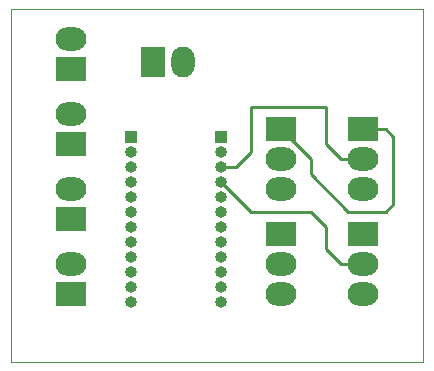
<source format=gbr>
G04 #@! TF.FileFunction,Copper,L1,Top,Signal*
%FSLAX46Y46*%
G04 Gerber Fmt 4.6, Leading zero omitted, Abs format (unit mm)*
G04 Created by KiCad (PCBNEW 4.0.4-stable) date 03/19/17 00:01:14*
%MOMM*%
%LPD*%
G01*
G04 APERTURE LIST*
%ADD10C,0.100000*%
%ADD11R,1.000000X1.000000*%
%ADD12O,1.000000X1.000000*%
%ADD13R,2.600000X2.000000*%
%ADD14O,2.600000X2.000000*%
%ADD15R,2.000000X2.600000*%
%ADD16O,2.000000X2.600000*%
%ADD17C,0.250000*%
G04 APERTURE END LIST*
D10*
X132080000Y-123825000D02*
X132080000Y-93980000D01*
X167005000Y-123825000D02*
X132080000Y-123825000D01*
X167005000Y-93980000D02*
X167005000Y-123825000D01*
X132080000Y-93980000D02*
X167005000Y-93980000D01*
D11*
X142240000Y-104775000D03*
D12*
X142240000Y-106045000D03*
X142240000Y-107315000D03*
X142240000Y-108585000D03*
X142240000Y-109855000D03*
X142240000Y-111125000D03*
X142240000Y-112395000D03*
X142240000Y-113665000D03*
X142240000Y-114935000D03*
X142240000Y-116205000D03*
X142240000Y-117475000D03*
X142240000Y-118745000D03*
D11*
X149860000Y-104775000D03*
D12*
X149860000Y-106045000D03*
X149860000Y-107315000D03*
X149860000Y-108585000D03*
X149860000Y-109855000D03*
X149860000Y-111125000D03*
X149860000Y-112395000D03*
X149860000Y-113665000D03*
X149860000Y-114935000D03*
X149860000Y-116205000D03*
X149860000Y-117475000D03*
X149860000Y-118745000D03*
D13*
X161925000Y-104140000D03*
D14*
X161925000Y-106680000D03*
X161925000Y-109220000D03*
D13*
X154940000Y-104140000D03*
D14*
X154940000Y-106680000D03*
X154940000Y-109220000D03*
D13*
X154940000Y-113030000D03*
D14*
X154940000Y-115570000D03*
X154940000Y-118110000D03*
D13*
X161925000Y-113030000D03*
D14*
X161925000Y-115570000D03*
X161925000Y-118110000D03*
D15*
X144145000Y-98425000D03*
D16*
X146685000Y-98425000D03*
D13*
X137160000Y-99060000D03*
D14*
X137160000Y-96520000D03*
D13*
X137160000Y-111760000D03*
D14*
X137160000Y-109220000D03*
D13*
X137160000Y-118110000D03*
D14*
X137160000Y-115570000D03*
D13*
X137160000Y-105410000D03*
D14*
X137160000Y-102870000D03*
D17*
X161925000Y-104140000D02*
X163830000Y-104140000D01*
X157480000Y-106680000D02*
X154940000Y-104140000D01*
X157480000Y-107950000D02*
X157480000Y-106680000D01*
X160655000Y-111125000D02*
X157480000Y-107950000D01*
X163830000Y-111125000D02*
X160655000Y-111125000D01*
X164465000Y-110490000D02*
X163830000Y-111125000D01*
X164465000Y-104775000D02*
X164465000Y-110490000D01*
X163830000Y-104140000D02*
X164465000Y-104775000D01*
X161925000Y-106680000D02*
X160020000Y-106680000D01*
X151130000Y-107315000D02*
X149860000Y-107315000D01*
X152400000Y-106045000D02*
X151130000Y-107315000D01*
X152400000Y-102235000D02*
X152400000Y-106045000D01*
X158750000Y-102235000D02*
X152400000Y-102235000D01*
X158750000Y-105410000D02*
X158750000Y-102235000D01*
X160020000Y-106680000D02*
X158750000Y-105410000D01*
X161925000Y-115570000D02*
X160020000Y-115570000D01*
X152400000Y-111125000D02*
X149860000Y-108585000D01*
X157480000Y-111125000D02*
X152400000Y-111125000D01*
X158750000Y-112395000D02*
X157480000Y-111125000D01*
X158750000Y-114300000D02*
X158750000Y-112395000D01*
X160020000Y-115570000D02*
X158750000Y-114300000D01*
M02*

</source>
